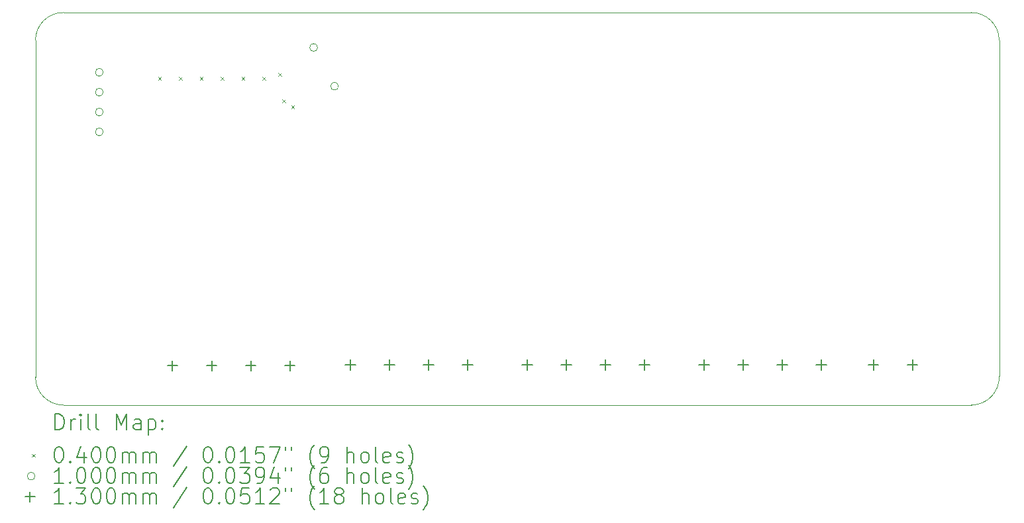
<source format=gbr>
%FSLAX45Y45*%
G04 Gerber Fmt 4.5, Leading zero omitted, Abs format (unit mm)*
G04 Created by KiCad (PCBNEW (6.0.0)) date 2022-10-09 23:28:57*
%MOMM*%
%LPD*%
G01*
G04 APERTURE LIST*
%TA.AperFunction,Profile*%
%ADD10C,0.100000*%
%TD*%
%ADD11C,0.200000*%
%ADD12C,0.040000*%
%ADD13C,0.100000*%
%ADD14C,0.130000*%
G04 APERTURE END LIST*
D10*
X9084400Y-12691300D02*
G75*
G03*
X9440000Y-13046900I355600J0D01*
G01*
X9084400Y-8383400D02*
X9084400Y-12691300D01*
X9440000Y-8027800D02*
X21047900Y-8027800D01*
X21047900Y-13047127D02*
X9440000Y-13046900D01*
X21047900Y-13047127D02*
G75*
G03*
X21403500Y-12678600I0J355827D01*
G01*
X9440000Y-8027800D02*
G75*
G03*
X9084400Y-8383400I0J-355600D01*
G01*
X21403500Y-8383400D02*
G75*
G03*
X21047900Y-8027800I-355600J0D01*
G01*
X21403500Y-8383400D02*
X21403500Y-12678600D01*
D11*
D12*
X10652000Y-8848600D02*
X10692000Y-8888600D01*
X10692000Y-8848600D02*
X10652000Y-8888600D01*
X10918700Y-8848600D02*
X10958700Y-8888600D01*
X10958700Y-8848600D02*
X10918700Y-8888600D01*
X11185400Y-8848600D02*
X11225400Y-8888600D01*
X11225400Y-8848600D02*
X11185400Y-8888600D01*
X11452100Y-8848600D02*
X11492100Y-8888600D01*
X11492100Y-8848600D02*
X11452100Y-8888600D01*
X11718800Y-8848600D02*
X11758800Y-8888600D01*
X11758800Y-8848600D02*
X11718800Y-8888600D01*
X11985500Y-8848600D02*
X12025500Y-8888600D01*
X12025500Y-8848600D02*
X11985500Y-8888600D01*
X12188700Y-8797800D02*
X12228700Y-8837800D01*
X12228700Y-8797800D02*
X12188700Y-8837800D01*
X12239500Y-9140700D02*
X12279500Y-9180700D01*
X12279500Y-9140700D02*
X12239500Y-9180700D01*
X12353800Y-9216900D02*
X12393800Y-9256900D01*
X12393800Y-9216900D02*
X12353800Y-9256900D01*
D13*
X9950000Y-8792400D02*
G75*
G03*
X9950000Y-8792400I-50000J0D01*
G01*
X9950000Y-9046400D02*
G75*
G03*
X9950000Y-9046400I-50000J0D01*
G01*
X9950000Y-9300400D02*
G75*
G03*
X9950000Y-9300400I-50000J0D01*
G01*
X9950000Y-9554400D02*
G75*
G03*
X9950000Y-9554400I-50000J0D01*
G01*
X12690500Y-8474900D02*
G75*
G03*
X12690500Y-8474900I-50000J0D01*
G01*
X12957200Y-8970200D02*
G75*
G03*
X12957200Y-8970200I-50000J0D01*
G01*
D14*
X10836400Y-12479000D02*
X10836400Y-12609000D01*
X10771400Y-12544000D02*
X10901400Y-12544000D01*
X11336400Y-12479000D02*
X11336400Y-12609000D01*
X11271400Y-12544000D02*
X11401400Y-12544000D01*
X11836400Y-12479000D02*
X11836400Y-12609000D01*
X11771400Y-12544000D02*
X11901400Y-12544000D01*
X12336400Y-12479000D02*
X12336400Y-12609000D01*
X12271400Y-12544000D02*
X12401400Y-12544000D01*
X13109700Y-12466300D02*
X13109700Y-12596300D01*
X13044700Y-12531300D02*
X13174700Y-12531300D01*
X13609700Y-12466300D02*
X13609700Y-12596300D01*
X13544700Y-12531300D02*
X13674700Y-12531300D01*
X14109700Y-12466300D02*
X14109700Y-12596300D01*
X14044700Y-12531300D02*
X14174700Y-12531300D01*
X14609700Y-12466300D02*
X14609700Y-12596300D01*
X14544700Y-12531300D02*
X14674700Y-12531300D01*
X15370300Y-12466300D02*
X15370300Y-12596300D01*
X15305300Y-12531300D02*
X15435300Y-12531300D01*
X15870300Y-12466300D02*
X15870300Y-12596300D01*
X15805300Y-12531300D02*
X15935300Y-12531300D01*
X16370300Y-12466300D02*
X16370300Y-12596300D01*
X16305300Y-12531300D02*
X16435300Y-12531300D01*
X16870300Y-12466300D02*
X16870300Y-12596300D01*
X16805300Y-12531300D02*
X16935300Y-12531300D01*
X17630900Y-12466300D02*
X17630900Y-12596300D01*
X17565900Y-12531300D02*
X17695900Y-12531300D01*
X18130900Y-12466300D02*
X18130900Y-12596300D01*
X18065900Y-12531300D02*
X18195900Y-12531300D01*
X18630900Y-12466300D02*
X18630900Y-12596300D01*
X18565900Y-12531300D02*
X18695900Y-12531300D01*
X19130900Y-12466300D02*
X19130900Y-12596300D01*
X19065900Y-12531300D02*
X19195900Y-12531300D01*
X19794600Y-12466300D02*
X19794600Y-12596300D01*
X19729600Y-12531300D02*
X19859600Y-12531300D01*
X20294600Y-12466300D02*
X20294600Y-12596300D01*
X20229600Y-12531300D02*
X20359600Y-12531300D01*
D11*
X9337019Y-13362603D02*
X9337019Y-13162603D01*
X9384638Y-13162603D01*
X9413210Y-13172127D01*
X9432257Y-13191174D01*
X9441781Y-13210222D01*
X9451305Y-13248317D01*
X9451305Y-13276889D01*
X9441781Y-13314984D01*
X9432257Y-13334031D01*
X9413210Y-13353079D01*
X9384638Y-13362603D01*
X9337019Y-13362603D01*
X9537019Y-13362603D02*
X9537019Y-13229269D01*
X9537019Y-13267365D02*
X9546543Y-13248317D01*
X9556067Y-13238793D01*
X9575114Y-13229269D01*
X9594162Y-13229269D01*
X9660829Y-13362603D02*
X9660829Y-13229269D01*
X9660829Y-13162603D02*
X9651305Y-13172127D01*
X9660829Y-13181650D01*
X9670352Y-13172127D01*
X9660829Y-13162603D01*
X9660829Y-13181650D01*
X9784638Y-13362603D02*
X9765590Y-13353079D01*
X9756067Y-13334031D01*
X9756067Y-13162603D01*
X9889400Y-13362603D02*
X9870352Y-13353079D01*
X9860829Y-13334031D01*
X9860829Y-13162603D01*
X10117971Y-13362603D02*
X10117971Y-13162603D01*
X10184638Y-13305460D01*
X10251305Y-13162603D01*
X10251305Y-13362603D01*
X10432257Y-13362603D02*
X10432257Y-13257841D01*
X10422733Y-13238793D01*
X10403686Y-13229269D01*
X10365590Y-13229269D01*
X10346543Y-13238793D01*
X10432257Y-13353079D02*
X10413210Y-13362603D01*
X10365590Y-13362603D01*
X10346543Y-13353079D01*
X10337019Y-13334031D01*
X10337019Y-13314984D01*
X10346543Y-13295936D01*
X10365590Y-13286412D01*
X10413210Y-13286412D01*
X10432257Y-13276889D01*
X10527495Y-13229269D02*
X10527495Y-13429269D01*
X10527495Y-13238793D02*
X10546543Y-13229269D01*
X10584638Y-13229269D01*
X10603686Y-13238793D01*
X10613210Y-13248317D01*
X10622733Y-13267365D01*
X10622733Y-13324508D01*
X10613210Y-13343555D01*
X10603686Y-13353079D01*
X10584638Y-13362603D01*
X10546543Y-13362603D01*
X10527495Y-13353079D01*
X10708448Y-13343555D02*
X10717971Y-13353079D01*
X10708448Y-13362603D01*
X10698924Y-13353079D01*
X10708448Y-13343555D01*
X10708448Y-13362603D01*
X10708448Y-13238793D02*
X10717971Y-13248317D01*
X10708448Y-13257841D01*
X10698924Y-13248317D01*
X10708448Y-13238793D01*
X10708448Y-13257841D01*
D12*
X9039400Y-13672127D02*
X9079400Y-13712127D01*
X9079400Y-13672127D02*
X9039400Y-13712127D01*
D11*
X9375114Y-13582603D02*
X9394162Y-13582603D01*
X9413210Y-13592127D01*
X9422733Y-13601650D01*
X9432257Y-13620698D01*
X9441781Y-13658793D01*
X9441781Y-13706412D01*
X9432257Y-13744508D01*
X9422733Y-13763555D01*
X9413210Y-13773079D01*
X9394162Y-13782603D01*
X9375114Y-13782603D01*
X9356067Y-13773079D01*
X9346543Y-13763555D01*
X9337019Y-13744508D01*
X9327495Y-13706412D01*
X9327495Y-13658793D01*
X9337019Y-13620698D01*
X9346543Y-13601650D01*
X9356067Y-13592127D01*
X9375114Y-13582603D01*
X9527495Y-13763555D02*
X9537019Y-13773079D01*
X9527495Y-13782603D01*
X9517971Y-13773079D01*
X9527495Y-13763555D01*
X9527495Y-13782603D01*
X9708448Y-13649269D02*
X9708448Y-13782603D01*
X9660829Y-13573079D02*
X9613210Y-13715936D01*
X9737019Y-13715936D01*
X9851305Y-13582603D02*
X9870352Y-13582603D01*
X9889400Y-13592127D01*
X9898924Y-13601650D01*
X9908448Y-13620698D01*
X9917971Y-13658793D01*
X9917971Y-13706412D01*
X9908448Y-13744508D01*
X9898924Y-13763555D01*
X9889400Y-13773079D01*
X9870352Y-13782603D01*
X9851305Y-13782603D01*
X9832257Y-13773079D01*
X9822733Y-13763555D01*
X9813210Y-13744508D01*
X9803686Y-13706412D01*
X9803686Y-13658793D01*
X9813210Y-13620698D01*
X9822733Y-13601650D01*
X9832257Y-13592127D01*
X9851305Y-13582603D01*
X10041781Y-13582603D02*
X10060829Y-13582603D01*
X10079876Y-13592127D01*
X10089400Y-13601650D01*
X10098924Y-13620698D01*
X10108448Y-13658793D01*
X10108448Y-13706412D01*
X10098924Y-13744508D01*
X10089400Y-13763555D01*
X10079876Y-13773079D01*
X10060829Y-13782603D01*
X10041781Y-13782603D01*
X10022733Y-13773079D01*
X10013210Y-13763555D01*
X10003686Y-13744508D01*
X9994162Y-13706412D01*
X9994162Y-13658793D01*
X10003686Y-13620698D01*
X10013210Y-13601650D01*
X10022733Y-13592127D01*
X10041781Y-13582603D01*
X10194162Y-13782603D02*
X10194162Y-13649269D01*
X10194162Y-13668317D02*
X10203686Y-13658793D01*
X10222733Y-13649269D01*
X10251305Y-13649269D01*
X10270352Y-13658793D01*
X10279876Y-13677841D01*
X10279876Y-13782603D01*
X10279876Y-13677841D02*
X10289400Y-13658793D01*
X10308448Y-13649269D01*
X10337019Y-13649269D01*
X10356067Y-13658793D01*
X10365590Y-13677841D01*
X10365590Y-13782603D01*
X10460829Y-13782603D02*
X10460829Y-13649269D01*
X10460829Y-13668317D02*
X10470352Y-13658793D01*
X10489400Y-13649269D01*
X10517971Y-13649269D01*
X10537019Y-13658793D01*
X10546543Y-13677841D01*
X10546543Y-13782603D01*
X10546543Y-13677841D02*
X10556067Y-13658793D01*
X10575114Y-13649269D01*
X10603686Y-13649269D01*
X10622733Y-13658793D01*
X10632257Y-13677841D01*
X10632257Y-13782603D01*
X11022733Y-13573079D02*
X10851305Y-13830222D01*
X11279876Y-13582603D02*
X11298924Y-13582603D01*
X11317971Y-13592127D01*
X11327495Y-13601650D01*
X11337019Y-13620698D01*
X11346543Y-13658793D01*
X11346543Y-13706412D01*
X11337019Y-13744508D01*
X11327495Y-13763555D01*
X11317971Y-13773079D01*
X11298924Y-13782603D01*
X11279876Y-13782603D01*
X11260828Y-13773079D01*
X11251305Y-13763555D01*
X11241781Y-13744508D01*
X11232257Y-13706412D01*
X11232257Y-13658793D01*
X11241781Y-13620698D01*
X11251305Y-13601650D01*
X11260828Y-13592127D01*
X11279876Y-13582603D01*
X11432257Y-13763555D02*
X11441781Y-13773079D01*
X11432257Y-13782603D01*
X11422733Y-13773079D01*
X11432257Y-13763555D01*
X11432257Y-13782603D01*
X11565590Y-13582603D02*
X11584638Y-13582603D01*
X11603686Y-13592127D01*
X11613209Y-13601650D01*
X11622733Y-13620698D01*
X11632257Y-13658793D01*
X11632257Y-13706412D01*
X11622733Y-13744508D01*
X11613209Y-13763555D01*
X11603686Y-13773079D01*
X11584638Y-13782603D01*
X11565590Y-13782603D01*
X11546543Y-13773079D01*
X11537019Y-13763555D01*
X11527495Y-13744508D01*
X11517971Y-13706412D01*
X11517971Y-13658793D01*
X11527495Y-13620698D01*
X11537019Y-13601650D01*
X11546543Y-13592127D01*
X11565590Y-13582603D01*
X11822733Y-13782603D02*
X11708448Y-13782603D01*
X11765590Y-13782603D02*
X11765590Y-13582603D01*
X11746543Y-13611174D01*
X11727495Y-13630222D01*
X11708448Y-13639746D01*
X12003686Y-13582603D02*
X11908448Y-13582603D01*
X11898924Y-13677841D01*
X11908448Y-13668317D01*
X11927495Y-13658793D01*
X11975114Y-13658793D01*
X11994162Y-13668317D01*
X12003686Y-13677841D01*
X12013209Y-13696889D01*
X12013209Y-13744508D01*
X12003686Y-13763555D01*
X11994162Y-13773079D01*
X11975114Y-13782603D01*
X11927495Y-13782603D01*
X11908448Y-13773079D01*
X11898924Y-13763555D01*
X12079876Y-13582603D02*
X12213209Y-13582603D01*
X12127495Y-13782603D01*
X12279876Y-13582603D02*
X12279876Y-13620698D01*
X12356067Y-13582603D02*
X12356067Y-13620698D01*
X12651305Y-13858793D02*
X12641781Y-13849269D01*
X12622733Y-13820698D01*
X12613209Y-13801650D01*
X12603686Y-13773079D01*
X12594162Y-13725460D01*
X12594162Y-13687365D01*
X12603686Y-13639746D01*
X12613209Y-13611174D01*
X12622733Y-13592127D01*
X12641781Y-13563555D01*
X12651305Y-13554031D01*
X12737019Y-13782603D02*
X12775114Y-13782603D01*
X12794162Y-13773079D01*
X12803686Y-13763555D01*
X12822733Y-13734984D01*
X12832257Y-13696889D01*
X12832257Y-13620698D01*
X12822733Y-13601650D01*
X12813209Y-13592127D01*
X12794162Y-13582603D01*
X12756067Y-13582603D01*
X12737019Y-13592127D01*
X12727495Y-13601650D01*
X12717971Y-13620698D01*
X12717971Y-13668317D01*
X12727495Y-13687365D01*
X12737019Y-13696889D01*
X12756067Y-13706412D01*
X12794162Y-13706412D01*
X12813209Y-13696889D01*
X12822733Y-13687365D01*
X12832257Y-13668317D01*
X13070352Y-13782603D02*
X13070352Y-13582603D01*
X13156067Y-13782603D02*
X13156067Y-13677841D01*
X13146543Y-13658793D01*
X13127495Y-13649269D01*
X13098924Y-13649269D01*
X13079876Y-13658793D01*
X13070352Y-13668317D01*
X13279876Y-13782603D02*
X13260828Y-13773079D01*
X13251305Y-13763555D01*
X13241781Y-13744508D01*
X13241781Y-13687365D01*
X13251305Y-13668317D01*
X13260828Y-13658793D01*
X13279876Y-13649269D01*
X13308448Y-13649269D01*
X13327495Y-13658793D01*
X13337019Y-13668317D01*
X13346543Y-13687365D01*
X13346543Y-13744508D01*
X13337019Y-13763555D01*
X13327495Y-13773079D01*
X13308448Y-13782603D01*
X13279876Y-13782603D01*
X13460828Y-13782603D02*
X13441781Y-13773079D01*
X13432257Y-13754031D01*
X13432257Y-13582603D01*
X13613209Y-13773079D02*
X13594162Y-13782603D01*
X13556067Y-13782603D01*
X13537019Y-13773079D01*
X13527495Y-13754031D01*
X13527495Y-13677841D01*
X13537019Y-13658793D01*
X13556067Y-13649269D01*
X13594162Y-13649269D01*
X13613209Y-13658793D01*
X13622733Y-13677841D01*
X13622733Y-13696889D01*
X13527495Y-13715936D01*
X13698924Y-13773079D02*
X13717971Y-13782603D01*
X13756067Y-13782603D01*
X13775114Y-13773079D01*
X13784638Y-13754031D01*
X13784638Y-13744508D01*
X13775114Y-13725460D01*
X13756067Y-13715936D01*
X13727495Y-13715936D01*
X13708448Y-13706412D01*
X13698924Y-13687365D01*
X13698924Y-13677841D01*
X13708448Y-13658793D01*
X13727495Y-13649269D01*
X13756067Y-13649269D01*
X13775114Y-13658793D01*
X13851305Y-13858793D02*
X13860828Y-13849269D01*
X13879876Y-13820698D01*
X13889400Y-13801650D01*
X13898924Y-13773079D01*
X13908448Y-13725460D01*
X13908448Y-13687365D01*
X13898924Y-13639746D01*
X13889400Y-13611174D01*
X13879876Y-13592127D01*
X13860828Y-13563555D01*
X13851305Y-13554031D01*
D13*
X9079400Y-13956127D02*
G75*
G03*
X9079400Y-13956127I-50000J0D01*
G01*
D11*
X9441781Y-14046603D02*
X9327495Y-14046603D01*
X9384638Y-14046603D02*
X9384638Y-13846603D01*
X9365590Y-13875174D01*
X9346543Y-13894222D01*
X9327495Y-13903746D01*
X9527495Y-14027555D02*
X9537019Y-14037079D01*
X9527495Y-14046603D01*
X9517971Y-14037079D01*
X9527495Y-14027555D01*
X9527495Y-14046603D01*
X9660829Y-13846603D02*
X9679876Y-13846603D01*
X9698924Y-13856127D01*
X9708448Y-13865650D01*
X9717971Y-13884698D01*
X9727495Y-13922793D01*
X9727495Y-13970412D01*
X9717971Y-14008508D01*
X9708448Y-14027555D01*
X9698924Y-14037079D01*
X9679876Y-14046603D01*
X9660829Y-14046603D01*
X9641781Y-14037079D01*
X9632257Y-14027555D01*
X9622733Y-14008508D01*
X9613210Y-13970412D01*
X9613210Y-13922793D01*
X9622733Y-13884698D01*
X9632257Y-13865650D01*
X9641781Y-13856127D01*
X9660829Y-13846603D01*
X9851305Y-13846603D02*
X9870352Y-13846603D01*
X9889400Y-13856127D01*
X9898924Y-13865650D01*
X9908448Y-13884698D01*
X9917971Y-13922793D01*
X9917971Y-13970412D01*
X9908448Y-14008508D01*
X9898924Y-14027555D01*
X9889400Y-14037079D01*
X9870352Y-14046603D01*
X9851305Y-14046603D01*
X9832257Y-14037079D01*
X9822733Y-14027555D01*
X9813210Y-14008508D01*
X9803686Y-13970412D01*
X9803686Y-13922793D01*
X9813210Y-13884698D01*
X9822733Y-13865650D01*
X9832257Y-13856127D01*
X9851305Y-13846603D01*
X10041781Y-13846603D02*
X10060829Y-13846603D01*
X10079876Y-13856127D01*
X10089400Y-13865650D01*
X10098924Y-13884698D01*
X10108448Y-13922793D01*
X10108448Y-13970412D01*
X10098924Y-14008508D01*
X10089400Y-14027555D01*
X10079876Y-14037079D01*
X10060829Y-14046603D01*
X10041781Y-14046603D01*
X10022733Y-14037079D01*
X10013210Y-14027555D01*
X10003686Y-14008508D01*
X9994162Y-13970412D01*
X9994162Y-13922793D01*
X10003686Y-13884698D01*
X10013210Y-13865650D01*
X10022733Y-13856127D01*
X10041781Y-13846603D01*
X10194162Y-14046603D02*
X10194162Y-13913269D01*
X10194162Y-13932317D02*
X10203686Y-13922793D01*
X10222733Y-13913269D01*
X10251305Y-13913269D01*
X10270352Y-13922793D01*
X10279876Y-13941841D01*
X10279876Y-14046603D01*
X10279876Y-13941841D02*
X10289400Y-13922793D01*
X10308448Y-13913269D01*
X10337019Y-13913269D01*
X10356067Y-13922793D01*
X10365590Y-13941841D01*
X10365590Y-14046603D01*
X10460829Y-14046603D02*
X10460829Y-13913269D01*
X10460829Y-13932317D02*
X10470352Y-13922793D01*
X10489400Y-13913269D01*
X10517971Y-13913269D01*
X10537019Y-13922793D01*
X10546543Y-13941841D01*
X10546543Y-14046603D01*
X10546543Y-13941841D02*
X10556067Y-13922793D01*
X10575114Y-13913269D01*
X10603686Y-13913269D01*
X10622733Y-13922793D01*
X10632257Y-13941841D01*
X10632257Y-14046603D01*
X11022733Y-13837079D02*
X10851305Y-14094222D01*
X11279876Y-13846603D02*
X11298924Y-13846603D01*
X11317971Y-13856127D01*
X11327495Y-13865650D01*
X11337019Y-13884698D01*
X11346543Y-13922793D01*
X11346543Y-13970412D01*
X11337019Y-14008508D01*
X11327495Y-14027555D01*
X11317971Y-14037079D01*
X11298924Y-14046603D01*
X11279876Y-14046603D01*
X11260828Y-14037079D01*
X11251305Y-14027555D01*
X11241781Y-14008508D01*
X11232257Y-13970412D01*
X11232257Y-13922793D01*
X11241781Y-13884698D01*
X11251305Y-13865650D01*
X11260828Y-13856127D01*
X11279876Y-13846603D01*
X11432257Y-14027555D02*
X11441781Y-14037079D01*
X11432257Y-14046603D01*
X11422733Y-14037079D01*
X11432257Y-14027555D01*
X11432257Y-14046603D01*
X11565590Y-13846603D02*
X11584638Y-13846603D01*
X11603686Y-13856127D01*
X11613209Y-13865650D01*
X11622733Y-13884698D01*
X11632257Y-13922793D01*
X11632257Y-13970412D01*
X11622733Y-14008508D01*
X11613209Y-14027555D01*
X11603686Y-14037079D01*
X11584638Y-14046603D01*
X11565590Y-14046603D01*
X11546543Y-14037079D01*
X11537019Y-14027555D01*
X11527495Y-14008508D01*
X11517971Y-13970412D01*
X11517971Y-13922793D01*
X11527495Y-13884698D01*
X11537019Y-13865650D01*
X11546543Y-13856127D01*
X11565590Y-13846603D01*
X11698924Y-13846603D02*
X11822733Y-13846603D01*
X11756067Y-13922793D01*
X11784638Y-13922793D01*
X11803686Y-13932317D01*
X11813209Y-13941841D01*
X11822733Y-13960889D01*
X11822733Y-14008508D01*
X11813209Y-14027555D01*
X11803686Y-14037079D01*
X11784638Y-14046603D01*
X11727495Y-14046603D01*
X11708448Y-14037079D01*
X11698924Y-14027555D01*
X11917971Y-14046603D02*
X11956067Y-14046603D01*
X11975114Y-14037079D01*
X11984638Y-14027555D01*
X12003686Y-13998984D01*
X12013209Y-13960889D01*
X12013209Y-13884698D01*
X12003686Y-13865650D01*
X11994162Y-13856127D01*
X11975114Y-13846603D01*
X11937019Y-13846603D01*
X11917971Y-13856127D01*
X11908448Y-13865650D01*
X11898924Y-13884698D01*
X11898924Y-13932317D01*
X11908448Y-13951365D01*
X11917971Y-13960889D01*
X11937019Y-13970412D01*
X11975114Y-13970412D01*
X11994162Y-13960889D01*
X12003686Y-13951365D01*
X12013209Y-13932317D01*
X12184638Y-13913269D02*
X12184638Y-14046603D01*
X12137019Y-13837079D02*
X12089400Y-13979936D01*
X12213209Y-13979936D01*
X12279876Y-13846603D02*
X12279876Y-13884698D01*
X12356067Y-13846603D02*
X12356067Y-13884698D01*
X12651305Y-14122793D02*
X12641781Y-14113269D01*
X12622733Y-14084698D01*
X12613209Y-14065650D01*
X12603686Y-14037079D01*
X12594162Y-13989460D01*
X12594162Y-13951365D01*
X12603686Y-13903746D01*
X12613209Y-13875174D01*
X12622733Y-13856127D01*
X12641781Y-13827555D01*
X12651305Y-13818031D01*
X12813209Y-13846603D02*
X12775114Y-13846603D01*
X12756067Y-13856127D01*
X12746543Y-13865650D01*
X12727495Y-13894222D01*
X12717971Y-13932317D01*
X12717971Y-14008508D01*
X12727495Y-14027555D01*
X12737019Y-14037079D01*
X12756067Y-14046603D01*
X12794162Y-14046603D01*
X12813209Y-14037079D01*
X12822733Y-14027555D01*
X12832257Y-14008508D01*
X12832257Y-13960889D01*
X12822733Y-13941841D01*
X12813209Y-13932317D01*
X12794162Y-13922793D01*
X12756067Y-13922793D01*
X12737019Y-13932317D01*
X12727495Y-13941841D01*
X12717971Y-13960889D01*
X13070352Y-14046603D02*
X13070352Y-13846603D01*
X13156067Y-14046603D02*
X13156067Y-13941841D01*
X13146543Y-13922793D01*
X13127495Y-13913269D01*
X13098924Y-13913269D01*
X13079876Y-13922793D01*
X13070352Y-13932317D01*
X13279876Y-14046603D02*
X13260828Y-14037079D01*
X13251305Y-14027555D01*
X13241781Y-14008508D01*
X13241781Y-13951365D01*
X13251305Y-13932317D01*
X13260828Y-13922793D01*
X13279876Y-13913269D01*
X13308448Y-13913269D01*
X13327495Y-13922793D01*
X13337019Y-13932317D01*
X13346543Y-13951365D01*
X13346543Y-14008508D01*
X13337019Y-14027555D01*
X13327495Y-14037079D01*
X13308448Y-14046603D01*
X13279876Y-14046603D01*
X13460828Y-14046603D02*
X13441781Y-14037079D01*
X13432257Y-14018031D01*
X13432257Y-13846603D01*
X13613209Y-14037079D02*
X13594162Y-14046603D01*
X13556067Y-14046603D01*
X13537019Y-14037079D01*
X13527495Y-14018031D01*
X13527495Y-13941841D01*
X13537019Y-13922793D01*
X13556067Y-13913269D01*
X13594162Y-13913269D01*
X13613209Y-13922793D01*
X13622733Y-13941841D01*
X13622733Y-13960889D01*
X13527495Y-13979936D01*
X13698924Y-14037079D02*
X13717971Y-14046603D01*
X13756067Y-14046603D01*
X13775114Y-14037079D01*
X13784638Y-14018031D01*
X13784638Y-14008508D01*
X13775114Y-13989460D01*
X13756067Y-13979936D01*
X13727495Y-13979936D01*
X13708448Y-13970412D01*
X13698924Y-13951365D01*
X13698924Y-13941841D01*
X13708448Y-13922793D01*
X13727495Y-13913269D01*
X13756067Y-13913269D01*
X13775114Y-13922793D01*
X13851305Y-14122793D02*
X13860828Y-14113269D01*
X13879876Y-14084698D01*
X13889400Y-14065650D01*
X13898924Y-14037079D01*
X13908448Y-13989460D01*
X13908448Y-13951365D01*
X13898924Y-13903746D01*
X13889400Y-13875174D01*
X13879876Y-13856127D01*
X13860828Y-13827555D01*
X13851305Y-13818031D01*
D14*
X9014400Y-14155127D02*
X9014400Y-14285127D01*
X8949400Y-14220127D02*
X9079400Y-14220127D01*
D11*
X9441781Y-14310603D02*
X9327495Y-14310603D01*
X9384638Y-14310603D02*
X9384638Y-14110603D01*
X9365590Y-14139174D01*
X9346543Y-14158222D01*
X9327495Y-14167746D01*
X9527495Y-14291555D02*
X9537019Y-14301079D01*
X9527495Y-14310603D01*
X9517971Y-14301079D01*
X9527495Y-14291555D01*
X9527495Y-14310603D01*
X9603686Y-14110603D02*
X9727495Y-14110603D01*
X9660829Y-14186793D01*
X9689400Y-14186793D01*
X9708448Y-14196317D01*
X9717971Y-14205841D01*
X9727495Y-14224889D01*
X9727495Y-14272508D01*
X9717971Y-14291555D01*
X9708448Y-14301079D01*
X9689400Y-14310603D01*
X9632257Y-14310603D01*
X9613210Y-14301079D01*
X9603686Y-14291555D01*
X9851305Y-14110603D02*
X9870352Y-14110603D01*
X9889400Y-14120127D01*
X9898924Y-14129650D01*
X9908448Y-14148698D01*
X9917971Y-14186793D01*
X9917971Y-14234412D01*
X9908448Y-14272508D01*
X9898924Y-14291555D01*
X9889400Y-14301079D01*
X9870352Y-14310603D01*
X9851305Y-14310603D01*
X9832257Y-14301079D01*
X9822733Y-14291555D01*
X9813210Y-14272508D01*
X9803686Y-14234412D01*
X9803686Y-14186793D01*
X9813210Y-14148698D01*
X9822733Y-14129650D01*
X9832257Y-14120127D01*
X9851305Y-14110603D01*
X10041781Y-14110603D02*
X10060829Y-14110603D01*
X10079876Y-14120127D01*
X10089400Y-14129650D01*
X10098924Y-14148698D01*
X10108448Y-14186793D01*
X10108448Y-14234412D01*
X10098924Y-14272508D01*
X10089400Y-14291555D01*
X10079876Y-14301079D01*
X10060829Y-14310603D01*
X10041781Y-14310603D01*
X10022733Y-14301079D01*
X10013210Y-14291555D01*
X10003686Y-14272508D01*
X9994162Y-14234412D01*
X9994162Y-14186793D01*
X10003686Y-14148698D01*
X10013210Y-14129650D01*
X10022733Y-14120127D01*
X10041781Y-14110603D01*
X10194162Y-14310603D02*
X10194162Y-14177269D01*
X10194162Y-14196317D02*
X10203686Y-14186793D01*
X10222733Y-14177269D01*
X10251305Y-14177269D01*
X10270352Y-14186793D01*
X10279876Y-14205841D01*
X10279876Y-14310603D01*
X10279876Y-14205841D02*
X10289400Y-14186793D01*
X10308448Y-14177269D01*
X10337019Y-14177269D01*
X10356067Y-14186793D01*
X10365590Y-14205841D01*
X10365590Y-14310603D01*
X10460829Y-14310603D02*
X10460829Y-14177269D01*
X10460829Y-14196317D02*
X10470352Y-14186793D01*
X10489400Y-14177269D01*
X10517971Y-14177269D01*
X10537019Y-14186793D01*
X10546543Y-14205841D01*
X10546543Y-14310603D01*
X10546543Y-14205841D02*
X10556067Y-14186793D01*
X10575114Y-14177269D01*
X10603686Y-14177269D01*
X10622733Y-14186793D01*
X10632257Y-14205841D01*
X10632257Y-14310603D01*
X11022733Y-14101079D02*
X10851305Y-14358222D01*
X11279876Y-14110603D02*
X11298924Y-14110603D01*
X11317971Y-14120127D01*
X11327495Y-14129650D01*
X11337019Y-14148698D01*
X11346543Y-14186793D01*
X11346543Y-14234412D01*
X11337019Y-14272508D01*
X11327495Y-14291555D01*
X11317971Y-14301079D01*
X11298924Y-14310603D01*
X11279876Y-14310603D01*
X11260828Y-14301079D01*
X11251305Y-14291555D01*
X11241781Y-14272508D01*
X11232257Y-14234412D01*
X11232257Y-14186793D01*
X11241781Y-14148698D01*
X11251305Y-14129650D01*
X11260828Y-14120127D01*
X11279876Y-14110603D01*
X11432257Y-14291555D02*
X11441781Y-14301079D01*
X11432257Y-14310603D01*
X11422733Y-14301079D01*
X11432257Y-14291555D01*
X11432257Y-14310603D01*
X11565590Y-14110603D02*
X11584638Y-14110603D01*
X11603686Y-14120127D01*
X11613209Y-14129650D01*
X11622733Y-14148698D01*
X11632257Y-14186793D01*
X11632257Y-14234412D01*
X11622733Y-14272508D01*
X11613209Y-14291555D01*
X11603686Y-14301079D01*
X11584638Y-14310603D01*
X11565590Y-14310603D01*
X11546543Y-14301079D01*
X11537019Y-14291555D01*
X11527495Y-14272508D01*
X11517971Y-14234412D01*
X11517971Y-14186793D01*
X11527495Y-14148698D01*
X11537019Y-14129650D01*
X11546543Y-14120127D01*
X11565590Y-14110603D01*
X11813209Y-14110603D02*
X11717971Y-14110603D01*
X11708448Y-14205841D01*
X11717971Y-14196317D01*
X11737019Y-14186793D01*
X11784638Y-14186793D01*
X11803686Y-14196317D01*
X11813209Y-14205841D01*
X11822733Y-14224889D01*
X11822733Y-14272508D01*
X11813209Y-14291555D01*
X11803686Y-14301079D01*
X11784638Y-14310603D01*
X11737019Y-14310603D01*
X11717971Y-14301079D01*
X11708448Y-14291555D01*
X12013209Y-14310603D02*
X11898924Y-14310603D01*
X11956067Y-14310603D02*
X11956067Y-14110603D01*
X11937019Y-14139174D01*
X11917971Y-14158222D01*
X11898924Y-14167746D01*
X12089400Y-14129650D02*
X12098924Y-14120127D01*
X12117971Y-14110603D01*
X12165590Y-14110603D01*
X12184638Y-14120127D01*
X12194162Y-14129650D01*
X12203686Y-14148698D01*
X12203686Y-14167746D01*
X12194162Y-14196317D01*
X12079876Y-14310603D01*
X12203686Y-14310603D01*
X12279876Y-14110603D02*
X12279876Y-14148698D01*
X12356067Y-14110603D02*
X12356067Y-14148698D01*
X12651305Y-14386793D02*
X12641781Y-14377269D01*
X12622733Y-14348698D01*
X12613209Y-14329650D01*
X12603686Y-14301079D01*
X12594162Y-14253460D01*
X12594162Y-14215365D01*
X12603686Y-14167746D01*
X12613209Y-14139174D01*
X12622733Y-14120127D01*
X12641781Y-14091555D01*
X12651305Y-14082031D01*
X12832257Y-14310603D02*
X12717971Y-14310603D01*
X12775114Y-14310603D02*
X12775114Y-14110603D01*
X12756067Y-14139174D01*
X12737019Y-14158222D01*
X12717971Y-14167746D01*
X12946543Y-14196317D02*
X12927495Y-14186793D01*
X12917971Y-14177269D01*
X12908448Y-14158222D01*
X12908448Y-14148698D01*
X12917971Y-14129650D01*
X12927495Y-14120127D01*
X12946543Y-14110603D01*
X12984638Y-14110603D01*
X13003686Y-14120127D01*
X13013209Y-14129650D01*
X13022733Y-14148698D01*
X13022733Y-14158222D01*
X13013209Y-14177269D01*
X13003686Y-14186793D01*
X12984638Y-14196317D01*
X12946543Y-14196317D01*
X12927495Y-14205841D01*
X12917971Y-14215365D01*
X12908448Y-14234412D01*
X12908448Y-14272508D01*
X12917971Y-14291555D01*
X12927495Y-14301079D01*
X12946543Y-14310603D01*
X12984638Y-14310603D01*
X13003686Y-14301079D01*
X13013209Y-14291555D01*
X13022733Y-14272508D01*
X13022733Y-14234412D01*
X13013209Y-14215365D01*
X13003686Y-14205841D01*
X12984638Y-14196317D01*
X13260828Y-14310603D02*
X13260828Y-14110603D01*
X13346543Y-14310603D02*
X13346543Y-14205841D01*
X13337019Y-14186793D01*
X13317971Y-14177269D01*
X13289400Y-14177269D01*
X13270352Y-14186793D01*
X13260828Y-14196317D01*
X13470352Y-14310603D02*
X13451305Y-14301079D01*
X13441781Y-14291555D01*
X13432257Y-14272508D01*
X13432257Y-14215365D01*
X13441781Y-14196317D01*
X13451305Y-14186793D01*
X13470352Y-14177269D01*
X13498924Y-14177269D01*
X13517971Y-14186793D01*
X13527495Y-14196317D01*
X13537019Y-14215365D01*
X13537019Y-14272508D01*
X13527495Y-14291555D01*
X13517971Y-14301079D01*
X13498924Y-14310603D01*
X13470352Y-14310603D01*
X13651305Y-14310603D02*
X13632257Y-14301079D01*
X13622733Y-14282031D01*
X13622733Y-14110603D01*
X13803686Y-14301079D02*
X13784638Y-14310603D01*
X13746543Y-14310603D01*
X13727495Y-14301079D01*
X13717971Y-14282031D01*
X13717971Y-14205841D01*
X13727495Y-14186793D01*
X13746543Y-14177269D01*
X13784638Y-14177269D01*
X13803686Y-14186793D01*
X13813209Y-14205841D01*
X13813209Y-14224889D01*
X13717971Y-14243936D01*
X13889400Y-14301079D02*
X13908448Y-14310603D01*
X13946543Y-14310603D01*
X13965590Y-14301079D01*
X13975114Y-14282031D01*
X13975114Y-14272508D01*
X13965590Y-14253460D01*
X13946543Y-14243936D01*
X13917971Y-14243936D01*
X13898924Y-14234412D01*
X13889400Y-14215365D01*
X13889400Y-14205841D01*
X13898924Y-14186793D01*
X13917971Y-14177269D01*
X13946543Y-14177269D01*
X13965590Y-14186793D01*
X14041781Y-14386793D02*
X14051305Y-14377269D01*
X14070352Y-14348698D01*
X14079876Y-14329650D01*
X14089400Y-14301079D01*
X14098924Y-14253460D01*
X14098924Y-14215365D01*
X14089400Y-14167746D01*
X14079876Y-14139174D01*
X14070352Y-14120127D01*
X14051305Y-14091555D01*
X14041781Y-14082031D01*
M02*

</source>
